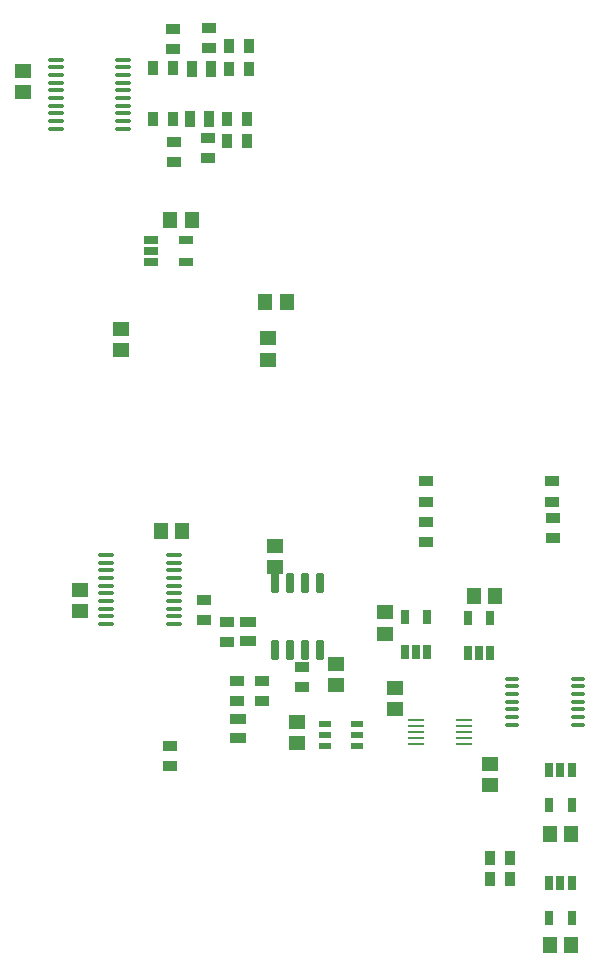
<source format=gbr>
G04 Layer_Color=8421504*
%FSLAX26Y26*%
%MOIN*%
%TF.FileFunction,Paste,Top*%
%TF.Part,Single*%
G01*
G75*
%TA.AperFunction,SMDPad,CuDef*%
%ADD10R,0.033465X0.051181*%
%ADD11R,0.057087X0.045276*%
%ADD12R,0.045276X0.057087*%
G04:AMPARAMS|DCode=13|XSize=25.591mil|YSize=47.244mil|CornerRadius=1.919mil|HoleSize=0mil|Usage=FLASHONLY|Rotation=0.000|XOffset=0mil|YOffset=0mil|HoleType=Round|Shape=RoundedRectangle|*
%AMROUNDEDRECTD13*
21,1,0.025591,0.043406,0,0,0.0*
21,1,0.021752,0.047244,0,0,0.0*
1,1,0.003839,0.010876,-0.021703*
1,1,0.003839,-0.010876,-0.021703*
1,1,0.003839,-0.010876,0.021703*
1,1,0.003839,0.010876,0.021703*
%
%ADD13ROUNDEDRECTD13*%
G04:AMPARAMS|DCode=14|XSize=25.591mil|YSize=64.961mil|CornerRadius=1.919mil|HoleSize=0mil|Usage=FLASHONLY|Rotation=180.000|XOffset=0mil|YOffset=0mil|HoleType=Round|Shape=RoundedRectangle|*
%AMROUNDEDRECTD14*
21,1,0.025591,0.061122,0,0,180.0*
21,1,0.021752,0.064961,0,0,180.0*
1,1,0.003839,-0.010876,0.030561*
1,1,0.003839,0.010876,0.030561*
1,1,0.003839,0.010876,-0.030561*
1,1,0.003839,-0.010876,-0.030561*
%
%ADD14ROUNDEDRECTD14*%
%ADD15R,0.051181X0.033465*%
%ADD16O,0.055118X0.013780*%
%ADD17R,0.039370X0.023622*%
%ADD18R,0.037402X0.053150*%
%ADD19O,0.049213X0.013780*%
%ADD20O,0.057087X0.009842*%
G04:AMPARAMS|DCode=21|XSize=25.591mil|YSize=47.244mil|CornerRadius=1.919mil|HoleSize=0mil|Usage=FLASHONLY|Rotation=90.000|XOffset=0mil|YOffset=0mil|HoleType=Round|Shape=RoundedRectangle|*
%AMROUNDEDRECTD21*
21,1,0.025591,0.043406,0,0,90.0*
21,1,0.021752,0.047244,0,0,90.0*
1,1,0.003839,0.021703,0.010876*
1,1,0.003839,0.021703,-0.010876*
1,1,0.003839,-0.021703,-0.010876*
1,1,0.003839,-0.021703,0.010876*
%
%ADD21ROUNDEDRECTD21*%
%ADD22R,0.053150X0.037402*%
D10*
X-582535Y214000D02*
D03*
X-649465D02*
D03*
X-582535Y139000D02*
D03*
X-649465D02*
D03*
X-590535Y-28000D02*
D03*
X-657465D02*
D03*
X-656464Y-101000D02*
D03*
X-589536D02*
D03*
X-837536Y-29018D02*
D03*
X-904464D02*
D03*
X-903464Y139998D02*
D03*
X-836536D02*
D03*
X220000Y-2562522D02*
D03*
X286928D02*
D03*
Y-2492522D02*
D03*
X220000D02*
D03*
D11*
X-1146536Y-1597090D02*
D03*
Y-1667956D02*
D03*
X-131030Y-1744182D02*
D03*
Y-1673316D02*
D03*
X218466Y-2177090D02*
D03*
Y-2247956D02*
D03*
X-96306Y-1996844D02*
D03*
Y-1925978D02*
D03*
X-423306Y-2109638D02*
D03*
Y-2038772D02*
D03*
X-1012000Y-727568D02*
D03*
Y-798434D02*
D03*
X-522000Y-759568D02*
D03*
Y-830434D02*
D03*
X-1338000Y60360D02*
D03*
Y131226D02*
D03*
X-293416Y-1844678D02*
D03*
Y-1915546D02*
D03*
X-498416Y-1522748D02*
D03*
Y-1451882D02*
D03*
D12*
X488898Y-2782522D02*
D03*
X418032D02*
D03*
X488898Y-2412522D02*
D03*
X418032D02*
D03*
X237380Y-1617206D02*
D03*
X166514D02*
D03*
X-846432Y-364002D02*
D03*
X-775566D02*
D03*
X-876732Y-1402088D02*
D03*
X-805866D02*
D03*
X-458566Y-639002D02*
D03*
X-529432D02*
D03*
D13*
X490866Y-2574452D02*
D03*
X453464D02*
D03*
X416062D02*
D03*
Y-2690594D02*
D03*
X490866D02*
D03*
Y-2199452D02*
D03*
X453464D02*
D03*
X416062D02*
D03*
Y-2315594D02*
D03*
X490866D02*
D03*
X145970Y-1807384D02*
D03*
X183372D02*
D03*
X220772D02*
D03*
Y-1691242D02*
D03*
X145970D02*
D03*
X-64200Y-1805820D02*
D03*
X-26798D02*
D03*
X10602D02*
D03*
Y-1689678D02*
D03*
X-64200D02*
D03*
D14*
X-348030Y-1575528D02*
D03*
X-398030D02*
D03*
X-448030D02*
D03*
X-498030D02*
D03*
X-348030Y-1797970D02*
D03*
X-398030D02*
D03*
X-448030D02*
D03*
X-498030D02*
D03*
D15*
X4694Y-1437670D02*
D03*
Y-1370742D02*
D03*
X429694Y-1425670D02*
D03*
Y-1358742D02*
D03*
X426694Y-1303670D02*
D03*
Y-1236742D02*
D03*
X4694Y-1303670D02*
D03*
Y-1236742D02*
D03*
X-837000Y205536D02*
D03*
Y272464D02*
D03*
X-834000Y-171466D02*
D03*
Y-104538D02*
D03*
X-721000Y-92538D02*
D03*
Y-159466D02*
D03*
X-717000Y207536D02*
D03*
Y274464D02*
D03*
X-658416Y-1703852D02*
D03*
Y-1770780D02*
D03*
X-623306Y-1902742D02*
D03*
Y-1969670D02*
D03*
X-734562Y-1632376D02*
D03*
Y-1699306D02*
D03*
X-541306Y-1902742D02*
D03*
Y-1969670D02*
D03*
X-408416Y-1853852D02*
D03*
Y-1920780D02*
D03*
X-846534Y-2119058D02*
D03*
Y-2185986D02*
D03*
D16*
X-1061494Y-1482048D02*
D03*
Y-1507638D02*
D03*
Y-1533230D02*
D03*
Y-1558820D02*
D03*
Y-1584410D02*
D03*
Y-1610002D02*
D03*
Y-1635592D02*
D03*
Y-1661182D02*
D03*
Y-1686772D02*
D03*
Y-1712364D02*
D03*
X-835116Y-1482048D02*
D03*
Y-1507638D02*
D03*
Y-1533230D02*
D03*
Y-1558820D02*
D03*
Y-1584410D02*
D03*
Y-1610002D02*
D03*
Y-1635592D02*
D03*
Y-1661182D02*
D03*
Y-1686772D02*
D03*
Y-1712364D02*
D03*
X-1229166Y169612D02*
D03*
Y144022D02*
D03*
Y118432D02*
D03*
Y92840D02*
D03*
Y67250D02*
D03*
Y41660D02*
D03*
Y16070D02*
D03*
Y-9522D02*
D03*
Y-35112D02*
D03*
Y-60702D02*
D03*
X-1002788Y169612D02*
D03*
Y144022D02*
D03*
Y118432D02*
D03*
Y92840D02*
D03*
Y67250D02*
D03*
Y41660D02*
D03*
Y16070D02*
D03*
Y-9522D02*
D03*
Y-35112D02*
D03*
Y-60702D02*
D03*
D17*
X-330842Y-2044520D02*
D03*
Y-2081922D02*
D03*
Y-2119324D02*
D03*
X-222574D02*
D03*
Y-2081922D02*
D03*
Y-2044520D02*
D03*
D18*
X-775496Y138002D02*
D03*
X-712504D02*
D03*
X-780496Y-29000D02*
D03*
X-717504D02*
D03*
D19*
X291206Y-1893930D02*
D03*
Y-1919520D02*
D03*
Y-1945112D02*
D03*
Y-1970702D02*
D03*
Y-1996292D02*
D03*
Y-2021882D02*
D03*
Y-2047474D02*
D03*
X513646Y-1893930D02*
D03*
Y-1919520D02*
D03*
Y-1945112D02*
D03*
Y-1970702D02*
D03*
Y-1996292D02*
D03*
Y-2021882D02*
D03*
Y-2047474D02*
D03*
D20*
X131876Y-2110544D02*
D03*
Y-2090860D02*
D03*
Y-2071174D02*
D03*
Y-2051490D02*
D03*
Y-2031804D02*
D03*
X-27574Y-2110544D02*
D03*
Y-2090860D02*
D03*
Y-2071174D02*
D03*
Y-2051490D02*
D03*
Y-2031804D02*
D03*
D21*
X-911070Y-430600D02*
D03*
Y-468002D02*
D03*
Y-505404D02*
D03*
X-794928D02*
D03*
Y-430600D02*
D03*
D22*
X-588416Y-1768812D02*
D03*
Y-1705820D02*
D03*
X-622306Y-2029710D02*
D03*
Y-2092702D02*
D03*
%TF.MD5,e065483d80971436d6fac0fbc9e6ebbb*%
M02*

</source>
